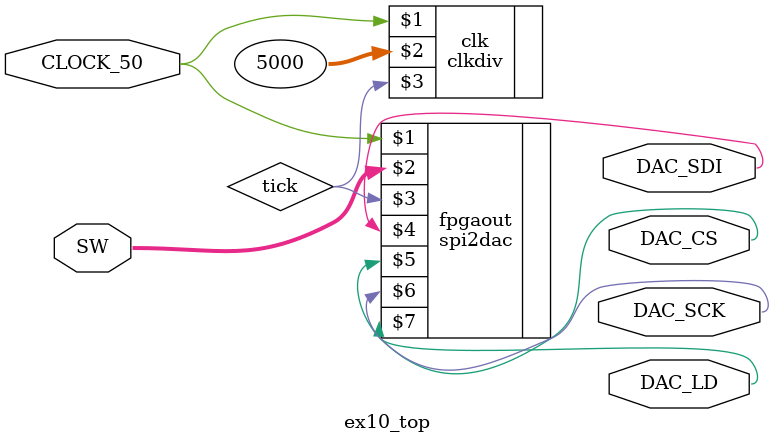
<source format=v>
module ex10_top(
		CLOCK_50, //clock input
		SW, //enable to run
		DAC_CS,
		DAC_SDI,
		DAC_LD,
		DAC_SCK
		);
		
		input CLOCK_50;
		input [9:0] SW;
	
		output DAC_CS;
		output DAC_SDI;
		output DAC_LD;
		output DAC_SCK;
		
		clkdiv clk(CLOCK_50,5000,tick);
		
		spi2dac fpgaout (CLOCK_50, SW[9:0], tick, DAC_SDI, DAC_CS, DAC_SCK, DAC_LD);

	
endmodule 
</source>
